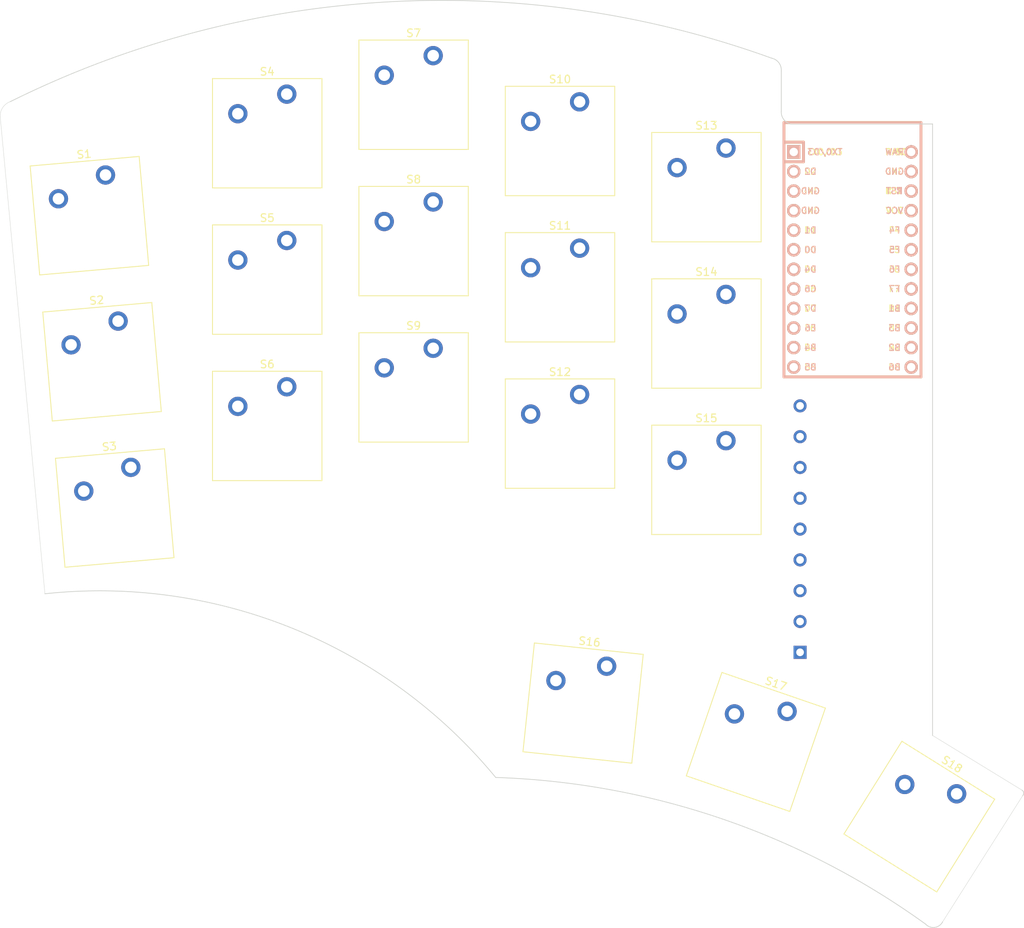
<source format=kicad_pcb>
(kicad_pcb (version 20221018) (generator pcbnew)
  (layers (0 "F.Cu" signal) (31 "B.Cu" signal) (34 "B.Paste" user) (35 "F.Paste" user) (36 "B.SilkS" user "B.Silkscreen") (37 "F.SilkS" user "F.Silkscreen") (38 "B.Mask" user) (39 "F.Mask" user) (44 "Edge.Cuts" user))
  (net 0 "")
  (net 1 "R4")
  (net 2 "Net-(D1-A)")
  (net 3 "Net-(D2-A)")
  (net 4 "Net-(D3-A)")
  (net 5 "Net-(D4-A)")
  (net 7 "Net-(D5-A)")
  (net 8 "R3")
  (net 9 "Net-(D6-A)")
  (net 10 "Net-(D7-A)")
  (net 11 "Net-(D8-A)")
  (net 12 "Net-(D9-A)")
  (net 13 "Net-(D10-A)")
  (net 14 "R2")
  (net 15 "Net-(D11-A)")
  (net 16 "Net-(D12-A)")
  (net 17 "Net-(D13-A)")
  (net 18 "Net-(D14-A)")
  (net 19 "Net-(D15-A)")
  (net 20 "R1")
  (net 21 "Net-(D16-A)")
  (net 22 "Net-(D17-A)")
  (net 23 "Net-(D18-A)")
  (net 24 "C6")
  (net 25 "C7")
  (net 26 "C8")
  (net 27 "C9")
  (net 28 "C10")
  (net 29 "C1")
  (net 30 "C2")
  (net 31 "C3")
  (net 32 "C4")
  (net 33 "C5")
  (footprint "Switch_Keyboard_Cherry_MX:SW_Cherry_MX_PCB_1.00u" (layer "F.Cu") (at 61.847381 70.603631)
    (fp_text reference "S8" (at 0 -8) (layer "F.SilkS"))
    (fp_text value "SW_Push")
    (fp_line (start -7.1 -7.1) (end -7.1 7.1) (stroke (width 0.12)) (layer "F.SilkS"))
    (fp_line (start -7.1 7.1) (end 7.1 7.1) (stroke (width 0.12)) (layer "F.SilkS"))
    (fp_line (start 7.1 -7.1) (end -7.1 -7.1) (stroke (width 0.12)) (layer "F.SilkS"))
    (fp_line (start 7.1 7.1) (end 7.1 -7.1) (stroke (width 0.12)) (layer "F.SilkS"))
    (pad "" np_thru_hole circle (at -5.08 0) (size 1.75 1.75) (drill 1.75) (layers "*.Cu" "*.Mask"))
    (pad "" np_thru_hole circle (at 0 0) (size 4 4) (drill 4) (layers "*.Cu" "*.Mask"))
    (pad "" np_thru_hole circle (at 5.08 0) (size 1.75 1.75) (drill 1.75) (layers "*.Cu" "*.Mask"))
    (pad "1" thru_hole circle (at -3.81 -2.54) (size 2.5 2.5) (drill 1.5) (layers "*.Cu" "B.Mask") (net 31 "C3"))
    (pad "2" thru_hole circle (at 2.54 -5.08) (size 2.5 2.5) (drill 1.5) (layers "*.Cu" "B.Mask") (net 11 "Net-(D8-A)"))
  )
  (footprint "Switch_Keyboard_Cherry_MX:SW_Cherry_MX_PCB_1.00u" (layer "F.Cu") (at 80.847381 76.603631)
    (fp_text reference "S11" (at 0 -8) (layer "F.SilkS"))
    (fp_text value "SW_Push")
    (fp_line (start -7.1 -7.1) (end -7.1 7.1) (stroke (width 0.12)) (layer "F.SilkS"))
    (fp_line (start -7.1 7.1) (end 7.1 7.1) (stroke (width 0.12)) (layer "F.SilkS"))
    (fp_line (start 7.1 -7.1) (end -7.1 -7.1) (stroke (width 0.12)) (layer "F.SilkS"))
    (fp_line (start 7.1 7.1) (end 7.1 -7.1) (stroke (width 0.12)) (layer "F.SilkS"))
    (pad "" np_thru_hole circle (at -5.08 0) (size 1.75 1.75) (drill 1.75) (layers "*.Cu" "*.Mask"))
    (pad "" np_thru_hole circle (at 0 0) (size 4 4) (drill 4) (layers "*.Cu" "*.Mask"))
    (pad "" np_thru_hole circle (at 5.08 0) (size 1.75 1.75) (drill 1.75) (layers "*.Cu" "*.Mask"))
    (pad "1" thru_hole circle (at -3.81 -2.54) (size 2.5 2.5) (drill 1.5) (layers "*.Cu" "B.Mask") (net 32 "C4"))
    (pad "2" thru_hole circle (at 2.54 -5.08) (size 2.5 2.5) (drill 1.5) (layers "*.Cu" "B.Mask") (net 12 "Net-(D9-A)"))
  )
  (footprint "Switch_Keyboard_Cherry_MX:SW_Cherry_MX_PCB_1.00u" (layer "F.Cu") (at 21.41117 86.275179 5)
    (fp_text reference "S2" (at 0 -8 5) (layer "F.SilkS"))
    (fp_text value "SW_Push")
    (fp_line (start -7.1 -7.1) (end -7.1 7.1) (stroke (width 0.12)) (layer "F.SilkS"))
    (fp_line (start -7.1 7.1) (end 7.1 7.1) (stroke (width 0.12)) (layer "F.SilkS"))
    (fp_line (start 7.1 -7.1) (end -7.1 -7.1) (stroke (width 0.12)) (layer "F.SilkS"))
    (fp_line (start 7.1 7.1) (end 7.1 -7.1) (stroke (width 0.12)) (layer "F.SilkS"))
    (pad "" np_thru_hole circle (at -5.08 0 5) (size 1.75 1.75) (drill 1.75) (layers "*.Cu" "*.Mask"))
    (pad "" np_thru_hole circle (at 0 0 5) (size 4 4) (drill 4) (layers "*.Cu" "*.Mask"))
    (pad "" np_thru_hole circle (at 5.08 0 5) (size 1.75 1.75) (drill 1.75) (layers "*.Cu" "*.Mask"))
    (pad "1" thru_hole circle (at -3.81 -2.54 5) (size 2.5 2.5) (drill 1.5) (layers "*.Cu" "B.Mask") (net 29 "C1"))
    (pad "2" thru_hole circle (at 2.54 -5.08 5) (size 2.5 2.5) (drill 1.5) (layers "*.Cu" "B.Mask") (net 9 "Net-(D6-A)"))
  )
  (footprint "Switch_Keyboard_Cherry_MX:SW_Cherry_MX_PCB_1.00u" (layer "F.Cu") (at 42.847381 75.603631)
    (fp_text reference "S5" (at 0 -8) (layer "F.SilkS"))
    (fp_text value "SW_Push")
    (fp_line (start -7.1 -7.1) (end -7.1 7.1) (stroke (width 0.12)) (layer "F.SilkS"))
    (fp_line (start -7.1 7.1) (end 7.1 7.1) (stroke (width 0.12)) (layer "F.SilkS"))
    (fp_line (start 7.1 -7.1) (end -7.1 -7.1) (stroke (width 0.12)) (layer "F.SilkS"))
    (fp_line (start 7.1 7.1) (end 7.1 -7.1) (stroke (width 0.12)) (layer "F.SilkS"))
    (pad "" np_thru_hole circle (at -5.08 0) (size 1.75 1.75) (drill 1.75) (layers "*.Cu" "*.Mask"))
    (pad "" np_thru_hole circle (at 0 0) (size 4 4) (drill 4) (layers "*.Cu" "*.Mask"))
    (pad "" np_thru_hole circle (at 5.08 0) (size 1.75 1.75) (drill 1.75) (layers "*.Cu" "*.Mask"))
    (pad "1" thru_hole circle (at -3.81 -2.54) (size 2.5 2.5) (drill 1.5) (layers "*.Cu" "B.Mask") (net 30 "C2"))
    (pad "2" thru_hole circle (at 2.54 -5.08) (size 2.5 2.5) (drill 1.5) (layers "*.Cu" "B.Mask") (net 10 "Net-(D7-A)"))
  )
  (footprint "Switch_Keyboard_Cherry_MX:SW_Cherry_MX_PCB_1.00u" (layer "F.Cu") (at 42.847381 94.603631)
    (fp_text reference "S6" (at 0 -8) (layer "F.SilkS"))
    (fp_text value "SW_Push")
    (fp_line (start -7.1 -7.1) (end -7.1 7.1) (stroke (width 0.12)) (layer "F.SilkS"))
    (fp_line (start -7.1 7.1) (end 7.1 7.1) (stroke (width 0.12)) (layer "F.SilkS"))
    (fp_line (start 7.1 -7.1) (end -7.1 -7.1) (stroke (width 0.12)) (layer "F.SilkS"))
    (fp_line (start 7.1 7.1) (end 7.1 -7.1) (stroke (width 0.12)) (layer "F.SilkS"))
    (pad "" np_thru_hole circle (at -5.08 0) (size 1.75 1.75) (drill 1.75) (layers "*.Cu" "*.Mask"))
    (pad "" np_thru_hole circle (at 0 0) (size 4 4) (drill 4) (layers "*.Cu" "*.Mask"))
    (pad "" np_thru_hole circle (at 5.08 0) (size 1.75 1.75) (drill 1.75) (layers "*.Cu" "*.Mask"))
    (pad "1" thru_hole circle (at -3.81 -2.54) (size 2.5 2.5) (drill 1.5) (layers "*.Cu" "B.Mask") (net 30 "C2"))
    (pad "2" thru_hole circle (at 2.54 -5.08) (size 2.5 2.5) (drill 1.5) (layers "*.Cu" "B.Mask") (net 16 "Net-(D12-A)"))
  )
  (footprint "Switch_Keyboard_Cherry_MX:SW_Cherry_MX_PCB_1.00u" (layer "F.Cu") (at 19.773893 67.305414 5)
    (fp_text reference "S1" (at 0 -8 5) (layer "F.SilkS"))
    (fp_text value "SW_Push")
    (fp_line (start -7.1 -7.1) (end -7.1 7.1) (stroke (width 0.12)) (layer "F.SilkS"))
    (fp_line (start -7.1 7.1) (end 7.1 7.1) (stroke (width 0.12)) (layer "F.SilkS"))
    (fp_line (start 7.1 -7.1) (end -7.1 -7.1) (stroke (width 0.12)) (layer "F.SilkS"))
    (fp_line (start 7.1 7.1) (end 7.1 -7.1) (stroke (width 0.12)) (layer "F.SilkS"))
    (pad "" np_thru_hole circle (at -5.08 0 5) (size 1.75 1.75) (drill 1.75) (layers "*.Cu" "*.Mask"))
    (pad "" np_thru_hole circle (at 0 0 5) (size 4 4) (drill 4) (layers "*.Cu" "*.Mask"))
    (pad "" np_thru_hole circle (at 5.08 0 5) (size 1.75 1.75) (drill 1.75) (layers "*.Cu" "*.Mask"))
    (pad "1" thru_hole circle (at -3.81 -2.54 5) (size 2.5 2.5) (drill 1.5) (layers "*.Cu" "B.Mask") (net 29 "C1"))
    (pad "2" thru_hole circle (at 2.54 -5.08 5) (size 2.5 2.5) (drill 1.5) (layers "*.Cu" "B.Mask") (net 2 "Net-(D1-A)"))
  )
  (footprint "Switch_Keyboard_Cherry_MX:SW_Cherry_MX_PCB_1.00u" (layer "F.Cu") (at 61.847381 51.603631)
    (fp_text reference "S7" (at 0 -8) (layer "F.SilkS"))
    (fp_text value "SW_Push")
    (fp_line (start -7.1 -7.1) (end -7.1 7.1) (stroke (width 0.12)) (layer "F.SilkS"))
    (fp_line (start -7.1 7.1) (end 7.1 7.1) (stroke (width 0.12)) (layer "F.SilkS"))
    (fp_line (start 7.1 -7.1) (end -7.1 -7.1) (stroke (width 0.12)) (layer "F.SilkS"))
    (fp_line (start 7.1 7.1) (end 7.1 -7.1) (stroke (width 0.12)) (layer "F.SilkS"))
    (pad "" np_thru_hole circle (at -5.08 0) (size 1.75 1.75) (drill 1.75) (layers "*.Cu" "*.Mask"))
    (pad "" np_thru_hole circle (at 0 0) (size 4 4) (drill 4) (layers "*.Cu" "*.Mask"))
    (pad "" np_thru_hole circle (at 5.08 0) (size 1.75 1.75) (drill 1.75) (layers "*.Cu" "*.Mask"))
    (pad "1" thru_hole circle (at -3.81 -2.54) (size 2.5 2.5) (drill 1.5) (layers "*.Cu" "B.Mask") (net 31 "C3"))
    (pad "2" thru_hole circle (at 2.54 -5.08) (size 2.5 2.5) (drill 1.5) (layers "*.Cu" "B.Mask") (net 4 "Net-(D3-A)"))
  )
  (footprint "Switch_Keyboard_Cherry_MX:SW_Cherry_MX_PCB_1.00u" (layer "F.Cu") (at 83.842328 130.592039 -6)
    (fp_text reference "S16" (at 0 -8 174) (layer "F.SilkS"))
    (fp_text value "SW_Push")
    (fp_line (start -7.1 -7.1) (end -7.1 7.1) (stroke (width 0.12)) (layer "F.SilkS"))
    (fp_line (start -7.1 7.1) (end 7.1 7.1) (stroke (width 0.12)) (layer "F.SilkS"))
    (fp_line (start 7.1 -7.1) (end -7.1 -7.1) (stroke (width 0.12)) (layer "F.SilkS"))
    (fp_line (start 7.1 7.1) (end 7.1 -7.1) (stroke (width 0.12)) (layer "F.SilkS"))
    (pad "" np_thru_hole circle (at -5.08 0 354) (size 1.75 1.75) (drill 1.75) (layers "*.Cu" "*.Mask"))
    (pad "" np_thru_hole circle (at 0 0 354) (size 4 4) (drill 4) (layers "*.Cu" "*.Mask"))
    (pad "" np_thru_hole circle (at 5.08 0 354) (size 1.75 1.75) (drill 1.75) (layers "*.Cu" "*.Mask"))
    (pad "1" thru_hole circle (at -3.81 -2.54 354) (size 2.5 2.5) (drill 1.5) (layers "*.Cu" "B.Mask") (net 31 "C3"))
    (pad "2" thru_hole circle (at 2.54 -5.08 354) (size 2.5 2.5) (drill 1.5) (layers "*.Cu" "B.Mask") (net 21 "Net-(D16-A)"))
  )
  (footprint "Switch_Keyboard_Cherry_MX:SW_Cherry_MX_PCB_1.00u" (layer "F.Cu") (at 80.847381 57.603631)
    (fp_text reference "S10" (at 0 -8) (layer "F.SilkS"))
    (fp_text value "SW_Push")
    (fp_line (start -7.1 -7.1) (end -7.1 7.1) (stroke (width 0.12)) (layer "F.SilkS"))
    (fp_line (start -7.1 7.1) (end 7.1 7.1) (stroke (width 0.12)) (layer "F.SilkS"))
    (fp_line (start 7.1 -7.1) (end -7.1 -7.1) (stroke (width 0.12)) (layer "F.SilkS"))
    (fp_line (start 7.1 7.1) (end 7.1 -7.1) (stroke (width 0.12)) (layer "F.SilkS"))
    (pad "" np_thru_hole circle (at -5.08 0) (size 1.75 1.75) (drill 1.75) (layers "*.Cu" "*.Mask"))
    (pad "" np_thru_hole circle (at 0 0) (size 4 4) (drill 4) (layers "*.Cu" "*.Mask"))
    (pad "" np_thru_hole circle (at 5.08 0) (size 1.75 1.75) (drill 1.75) (layers "*.Cu" "*.Mask"))
    (pad "1" thru_hole circle (at -3.81 -2.54) (size 2.5 2.5) (drill 1.5) (layers "*.Cu" "B.Mask") (net 32 "C4"))
    (pad "2" thru_hole circle (at 2.54 -5.08) (size 2.5 2.5) (drill 1.5) (layers "*.Cu" "B.Mask") (net 5 "Net-(D4-A)"))
  )
  (footprint "Switch_Keyboard_Cherry_MX:SW_Cherry_MX_PCB_1.00u" (layer "F.Cu") (at 127.475976 145.33504 -32)
    (fp_text reference "S18" (at 0 -8 148) (layer "F.SilkS"))
    (fp_text value "SW_Push")
    (fp_line (start -7.1 -7.1) (end -7.1 7.1) (stroke (width 0.12)) (layer "F.SilkS"))
    (fp_line (start -7.1 7.1) (end 7.1 7.1) (stroke (width 0.12)) (layer "F.SilkS"))
    (fp_line (start 7.1 -7.1) (end -7.1 -7.1) (stroke (width 0.12)) (layer "F.SilkS"))
    (fp_line (start 7.1 7.1) (end 7.1 -7.1) (stroke (width 0.12)) (layer "F.SilkS"))
    (pad "" np_thru_hole circle (at -5.08 0 328) (size 1.75 1.75) (drill 1.75) (layers "*.Cu" "*.Mask"))
    (pad "" np_thru_hole circle (at 0 0 328) (size 4 4) (drill 4) (layers "*.Cu" "*.Mask"))
    (pad "" np_thru_hole circle (at 5.08 0 328) (size 1.75 1.75) (drill 1.75) (layers "*.Cu" "*.Mask"))
    (pad "1" thru_hole circle (at -3.81 -2.54 328) (size 2.5 2.5) (drill 1.5) (layers "*.Cu" "B.Mask") (net 33 "C5"))
    (pad "2" thru_hole circle (at 2.54 -5.08 328) (size 2.5 2.5) (drill 1.5) (layers "*.Cu" "B.Mask") (net 23 "Net-(D18-A)"))
  )
  (footprint "Switch_Keyboard_Cherry_MX:SW_Cherry_MX_PCB_1.00u" (layer "F.Cu") (at 42.847381 56.603631)
    (fp_text reference "S4" (at 0 -8) (layer "F.SilkS"))
    (fp_text value "SW_Push")
    (fp_line (start -7.1 -7.1) (end -7.1 7.1) (stroke (width 0.12)) (layer "F.SilkS"))
    (fp_line (start -7.1 7.1) (end 7.1 7.1) (stroke (width 0.12)) (layer "F.SilkS"))
    (fp_line (start 7.1 -7.1) (end -7.1 -7.1) (stroke (width 0.12)) (layer "F.SilkS"))
    (fp_line (start 7.1 7.1) (end 7.1 -7.1) (stroke (width 0.12)) (layer "F.SilkS"))
    (pad "" np_thru_hole circle (at -5.08 0) (size 1.75 1.75) (drill 1.75) (layers "*.Cu" "*.Mask"))
    (pad "" np_thru_hole circle (at 0 0) (size 4 4) (drill 4) (layers "*.Cu" "*.Mask"))
    (pad "" np_thru_hole circle (at 5.08 0) (size 1.75 1.75) (drill 1.75) (layers "*.Cu" "*.Mask"))
    (pad "1" thru_hole circle (at -3.81 -2.54) (size 2.5 2.5) (drill 1.5) (layers "*.Cu" "B.Mask") (net 30 "C2"))
    (pad "2" thru_hole circle (at 2.54 -5.08) (size 2.5 2.5) (drill 1.5) (layers "*.Cu" "B.Mask") (net 3 "Net-(D2-A)"))
  )
  (footprint "Switch_Keyboard_Cherry_MX:SW_Cherry_MX_PCB_1.00u" (layer "F.Cu") (at 106.260952 135.641185 -19)
    (fp_text reference "S17" (at 0 -8 161) (layer "F.SilkS"))
    (fp_text value "SW_Push")
    (fp_line (start -7.1 -7.1) (end -7.1 7.1) (stroke (width 0.12)) (layer "F.SilkS"))
    (fp_line (start -7.1 7.1) (end 7.1 7.1) (stroke (width 0.12)) (layer "F.SilkS"))
    (fp_line (start 7.1 -7.1) (end -7.1 -7.1) (stroke (width 0.12)) (layer "F.SilkS"))
    (fp_line (start 7.1 7.1) (end 7.1 -7.1) (stroke (width 0.12)) (layer "F.SilkS"))
    (pad "" np_thru_hole circle (at -5.08 0 341) (size 1.75 1.75) (drill 1.75) (layers "*.Cu" "*.Mask"))
    (pad "" np_thru_hole circle (at 0 0 341) (size 4 4) (drill 4) (layers "*.Cu" "*.Mask"))
    (pad "" np_thru_hole circle (at 5.08 0 341) (size 1.75 1.75) (drill 1.75) (layers "*.Cu" "*.Mask"))
    (pad "1" thru_hole circle (at -3.81 -2.54 341) (size 2.5 2.5) (drill 1.5) (layers "*.Cu" "B.Mask") (net 32 "C4"))
    (pad "2" thru_hole circle (at 2.54 -5.08 341) (size 2.5 2.5) (drill 1.5) (layers "*.Cu" "B.Mask") (net 22 "Net-(D17-A)"))
  )
  (footprint "Switch_Keyboard_Cherry_MX:SW_Cherry_MX_PCB_1.00u" (layer "F.Cu") (at 23.059801 105.263719 5)
    (fp_text reference "S3" (at 0 -8 5) (layer "F.SilkS"))
    (fp_text value "SW_Push")
    (fp_line (start -7.1 -7.1) (end -7.1 7.1) (stroke (width 0.12)) (layer "F.SilkS"))
    (fp_line (start -7.1 7.1) (end 7.1 7.1) (stroke (width 0.12)) (layer "F.SilkS"))
    (fp_line (start 7.1 -7.1) (end -7.1 -7.1) (stroke (width 0.12)) (layer "F.SilkS"))
    (fp_line (start 7.1 7.1) (end 7.1 -7.1) (stroke (width 0.12)) (layer "F.SilkS"))
    (pad "" np_thru_hole circle (at -5.08 0 5) (size 1.75 1.75) (drill 1.75) (layers "*.Cu" "*.Mask"))
    (pad "" np_thru_hole circle (at 0 0 5) (size 4 4) (drill 4) (layers "*.Cu" "*.Mask"))
    (pad "" np_thru_hole circle (at 5.08 0 5) (size 1.75 1.75) (drill 1.75) (layers "*.Cu" "*.Mask"))
    (pad "1" thru_hole circle (at -3.81 -2.54 5) (size 2.5 2.5) (drill 1.5) (layers "*.Cu" "B.Mask") (net 29 "C1"))
    (pad "2" thru_hole circle (at 2.54 -5.08 5) (size 2.5 2.5) (drill 1.5) (layers "*.Cu" "B.Mask") (net 15 "Net-(D11-A)"))
  )
  (footprint "Switch_Keyboard_Cherry_MX:SW_Cherry_MX_PCB_1.00u" (layer "F.Cu") (at 99.847381 82.603631)
    (fp_text reference "S14" (at 0 -8) (layer "F.SilkS"))
    (fp_text value "SW_Push")
    (fp_line (start -7.1 -7.1) (end -7.1 7.1) (stroke (width 0.12)) (layer "F.SilkS"))
    (fp_line (start -7.1 7.1) (end 7.1 7.1) (stroke (width 0.12)) (layer "F.SilkS"))
    (fp_line (start 7.1 -7.1) (end -7.1 -7.1) (stroke (width 0.12)) (layer "F.SilkS"))
    (fp_line (start 7.1 7.1) (end 7.1 -7.1) (stroke (width 0.12)) (layer "F.SilkS"))
    (pad "" np_thru_hole circle (at -5.08 0) (size 1.75 1.75) (drill 1.75) (layers "*.Cu" "*.Mask"))
    (pad "" np_thru_hole circle (at 0 0) (size 4 4) (drill 4) (layers "*.Cu" "*.Mask"))
    (pad "" np_thru_hole circle (at 5.08 0) (size 1.75 1.75) (drill 1.75) (layers "*.Cu" "*.Mask"))
    (pad "1" thru_hole circle (at -3.81 -2.54) (size 2.5 2.5) (drill 1.5) (layers "*.Cu" "B.Mask") (net 33 "C5"))
    (pad "2" thru_hole circle (at 2.54 -5.08) (size 2.5 2.5) (drill 1.5) (layers "*.Cu" "B.Mask") (net 13 "Net-(D10-A)"))
  )
  (footprint "Keebio-Parts:ArduinoProMicro" (layer "F.Cu") (at 118.8 73 -90)
    (fp_text reference "U2" hide)
    (fp_text value "ProMicro" hide)
    (fp_text user "F5" (at -1.27 -5.461) (layer "B.SilkS") (effects (font (size 0.8 0.8)) (justify mirror)))
    (fp_text user "VCC" (at -6.35 -5.461) (layer "B.SilkS") (effects (font (size 0.8 0.8)) (justify mirror)))
    (fp_text user "E6" (at 8.89 5.461) (layer "B.SilkS") (effects (font (size 0.8 0.8)) (justify mirror)))
    (fp_text user "F4" (at -3.81 -5.461) (layer "B.SilkS") (effects (font (size 0.8 0.8)) (justify mirror)))
    (fp_text user "F7" (at 3.81 -5.461) (layer "B.SilkS") (effects (font (size 0.8 0.8)) (justify mirror)))
    (fp_text user "C6" (at 3.81 5.461) (layer "B.SilkS") (effects (font (size 0.8 0.8)) (justify mirror)))
    (fp_text user "ST" (at -8.91 -5.04) (layer "B.SilkS") (effects (font (size 0.8 0.8)) (justify mirror)))
    (fp_text user "B3" (at 8.89 -5.461) (layer "B.SilkS") (effects (font (size 0.8 0.8)) (justify mirror)))
    (fp_text user "B4" (at 11.43 5.461) (layer "B.SilkS") (effects (font (size 0.8 0.8)) (justify mirror)))
    (fp_text user "F6" (at 1.27 -5.461) (layer "B.SilkS") (effects (font (size 0.8 0.8)) (justify mirror)))
    (fp_text user "D4" (at 1.27 5.461) (layer "B.SilkS") (effects (font (size 0.8 0.8)) (justify mirror)))
    (fp_text user "RAW" (at -13.97 -5.461) (layer "B.SilkS") (effects (font (size 0.8 0.8)) (justify mirror)))
    (fp_text user "D0" (at -1.27 5.461) (layer "B.SilkS") (effects (font (size 0.8 0.8)) (justify mirror)))
    (fp_text user "D7" (at 6.35 5.461) (layer "B.SilkS") (effects (font (size 0.8 0.8)) (justify mirror)))
    (fp_text user "B5" (at 13.97 5.461) (layer "B.SilkS") (effects (font (size 0.8 0.8)) (justify mirror)))
    (fp_text user "GND" (at -6.35 5.461) (layer "B.SilkS") (effects (font (size 0.8 0.8)) (justify mirror)))
    (fp_text user "B1" (at 6.35 -5.461) (layer "B.SilkS") (effects (font (size 0.8 0.8)) (justify mirror)))
    (fp_text user "D1" (at -3.81 5.461) (layer "B.SilkS") (effects (font (size 0.8 0.8)) (justify mirror)))
    (fp_text user "TX0/D3" (at -13.97 3.571872) (layer "B.SilkS") (effects (font (size 0.8 0.8)) (justify mirror)))
    (fp_text user "GND" (at -11.43 -5.461) (layer "B.SilkS") (effects (font (size 0.8 0.8)) (justify mirror)))
    (fp_text user "GND" (at -8.89 5.461) (layer "B.SilkS") (effects (font (size 0.8 0.8)) (justify mirror)))
    (fp_text user "B6" (at 13.97 -5.461) (layer "B.SilkS") (effects (font (size 0.8 0.8)) (justify mirror)))
    (fp_text user "D2" (at -11.43 5.461) (layer "B.SilkS") (effects (font (size 0.8 0.8)) (justify mirror)))
    (fp_text user "B2" (at 11.43 -5.461) (layer "B.SilkS") (effects (font (size 0.8 0.8)) (justify mirror)))
    (fp_text user "F6" (at 1.27 -5.461) (layer "F.SilkS") (effects (font (size 0.8 0.8))))
    (fp_text user "B4" (at 11.43 5.461) (layer "F.SilkS") (effects (font (size 0.8 0.8))))
    (fp_text user "B1" (at 6.35 -5.461) (layer "F.SilkS") (effects (font (size 0.8 0.8))))
    (fp_text user "B0" (at -13.97 -6.35) (layer "F.SilkS") (effects (font (size 0.8 0.8))))
    (fp_text user "VCC" (at -6.35 -5.461) (layer "F.SilkS") (effects (font (size 0.8 0.8))))
    (fp_text user "F5" (at -1.27 -5.461) (layer "F.SilkS") (effects (font (size 0.8 0.8))))
    (fp_text user "RAW" (at -13.97 -5.461) (layer "F.SilkS") (effects (font (size 0.8 0.8))))
    (fp_text user "TX0/D3" (at -13.97 3.571872) (layer "F.SilkS") (effects (font (size 0.8 0.8))))
    (fp_text user "D7" (at 6.35 5.461) (layer "F.SilkS") (effects (font (size 0.8 0.8))))
    (fp_text user "GND" (at -11.43 -5.461) (layer "F.SilkS") (effects (font (size 0.8 0.8))))
    (fp_text user "ST" (at -8.92 -5.73312) (layer "F.SilkS") (effects (font (size 0.8 0.8))))
    (fp_text user "B2" (at 11.43 -5.461) (layer "F.SilkS") (effects (font (size 0.8 0.8))))
    (fp_text user "B3" (at 8.89 -5.461) (layer "F.SilkS") (effects (font (size 0.8 0.8))))
    (fp_text user "D2" (at -11.43 5.461) (layer "F.SilkS") (effects (font (size 0.8 0.8))))
    (fp_text user "GND" (at -8.89 5.461) (layer "F.SilkS") (effects (font (size 0.8 0.8))))
    (fp_text user "D4" (at 1.27 5.461) (layer "F.SilkS") (effects (font (size 0.8 0.8))))
    (fp_text user "D1" (at -3.81 5.461) (layer "F.SilkS") (effects (font (size 0.8 0.8))))
    (fp_text user "B6" (at 13.97 -5.461) (layer "F.SilkS") (effects (font (size 0.8 0.8))))
    (fp_text user "F4" (at -3.81 -5.461) (layer "F.SilkS") (effects (font (size 0.8 0.8))))
    (fp_text user "B5" (at 13.97 5.461) (layer "F.SilkS") (effects (font (size 0.8 0.8))))
    (fp_text user "F7" (at 3.81 -5.461) (layer "F.SilkS") (effects (font (size 0.8 0.8))))
    (fp_text user "GND" (at -6.35 5.461) (layer "F.SilkS") (effects (font (size 0.8 0.8))))
    (fp_text user "C6" (at 3.81 5.461) (layer "F.SilkS") (effects (font (size 0.8 0.8))))
    (fp_text user "E6" (at 8.89 5.461) (layer "F.SilkS") (effects (font (size 0.8 0.8))))
    (fp_text user "D0" (at -1.27 5.461) (layer "F.SilkS") (effects (font (size 0.8 0.8))))
    (fp_line (start -17.78 -8.89) (end -17.78 8.89) (stroke (width 0.381)) (layer "B.SilkS"))
    (fp_line (start -17.78 8.89) (end 15.24 8.89) (stroke (width 0.381)) (layer "B.SilkS"))
    (fp_line (start -15.24 6.35) (end -15.24 8.89) (stroke (width 0.381)) (layer "B.SilkS"))
    (fp_line (start -15.24 6.35) (end -12.7 6.35) (stroke (width 0.381)) (layer "B.SilkS"))
    (fp_line (start -12.7 6.35) (end -12.7 8.89) (stroke (width 0.381)) (layer "B.SilkS"))
    (fp_line (start 15.24 -8.89) (end -17.78 -8.89) (stroke (width 0.381)) (layer "B.SilkS"))
    (fp_line (start 15.24 8.89) (end 15.24 -8.89) (stroke (width 0.381)) (layer "B.SilkS"))
    (fp_poly (pts (xy -9.35097 -6.244635) (xy -8.55097 -6.244635) (xy -8.55097 -6.344635) (xy -9.35097 -6.344635)) (stroke (width 0.15)) (fill solid) (layer "B.SilkS"))
    (fp_poly (pts (xy -9.35097 -5.844635) (xy -9.25097 -5.844635) (xy -9.25097 -6.344635) (xy -9.35097 -6.344635)) (stroke (width 0.15)) (fill solid) (layer "B.SilkS"))
    (fp_poly (pts (xy -9.35097 -5.844635) (xy -9.05097 -5.844635) (xy -9.05097 -5.944635) (xy -9.35097 -5.944635)) (stroke (width 0.15)) (fill solid) (layer "B.SilkS"))
    (fp_poly (pts (xy -8.95097 -6.044635) (xy -8.85097 -6.044635) (xy -8.85097 -6.144635) (xy -8.95097 -6.144635)) (stroke (width 0.15)) (fill solid) (layer "B.SilkS"))
    (fp_poly (pts (xy -8.75097 -5.844635) (xy -8.55097 -5.844635) (xy -8.55097 -5.944635) (xy -8.75097 -5.944635)) (stroke (width 0.15)) (fill solid) (layer "B.SilkS"))
    (fp_line (start -17.78 -8.89) (end -17.78 8.89) (stroke (width 0.381)) (layer "F.SilkS"))
    (fp_line (start -17.78 8.89) (end -15.24 8.89) (stroke (width 0.381)) (layer "F.SilkS"))
    (fp_line (start -15.24 -8.89) (end -17.78 -8.89) (stroke (width 0.381)) (layer "F.SilkS"))
    (fp_line (start -15.24 6.35) (end -15.24 8.89) (stroke (width 0.381)) (layer "F.SilkS"))
    (fp_line (start -15.24 6.35) (end -12.7 6.35) (stroke (width 0.381)) (layer "F.SilkS"))
    (fp_line (start -15.24 8.89) (end 15.24 8.89) (stroke (width 0.381)) (layer "F.SilkS"))
    (fp_line (start -12.7 6.35) (end -12.7 8.89) (stroke (width 0.381)) (layer "F.SilkS"))
    (fp_line (start 15.24 -8.89) (end -15.24 -8.89) (stroke (width 0.381)) (layer "F.SilkS"))
    (fp_line (start 15.24 8.89) (end 15.24 -8.89) (stroke (width 0.381)) (layer "F.SilkS"))
    (fp_poly (pts (xy -9.36064 -4.931568) (xy -9.26064 -4.931568) (xy -9.26064 -4.431568) (xy -9.36064 -4.431568)) (stroke (width 0.15)) (fill solid) (layer "F.SilkS"))
    (fp_poly (pts (xy -9.36064 -4.931568) (xy -9.06064 -4.931568) (xy -9.06064 -4.831568) (xy -9.36064 -4.831568)) (stroke (width 0.15)) (fill solid) (layer "F.SilkS"))
    (fp_poly (pts (xy -9.36064 -4.531568) (xy -8.56064 -4.531568) (xy -8.56064 -4.431568) (xy -9.36064 -4.431568)) (stroke (width 0.15)) (fill solid) (layer "F.SilkS"))
    (fp_poly (pts (xy -8.96064 -4.731568) (xy -8.86064 -4.731568) (xy -8.86064 -4.631568) (xy -8.96064 -4.631568)) (stroke (width 0.15)) (fill solid) (layer "F.SilkS"))
    (fp_poly (pts (xy -8.76064 -4.931568) (xy -8.56064 -4.931568) (xy -8.56064 -4.831568) (xy -8.76064 -4.831568)) (stroke (width 0.15)) (fill solid) (layer "F.SilkS"))
    (pad "1" thru_hole rect (at -13.97 7.62 270) (size 1.7526 1.7526) (drill 1.0922) (layers "*.Cu" "*.SilkS" "*.Mask") (net 29 "C1"))
    (pad "2" thru_hole circle (at -11.43 7.62 270) (size 1.7526 1.7526) (drill 1.0922) (layers "*.Cu" "*.SilkS" "*.Mask") (net 30 "C2"))
    (pad "3" thru_hole circle (at -8.89 7.62 270) (size 1.7526 1.7526) (drill 1.0922) (layers "*.Cu" "*.SilkS" "*.Mask"))
    (pad "4" thru_hole circle (at -6.35 7.62 270) (size 1.7526 1.7526) (drill 1.0922) (layers "*.Cu" "*.SilkS" "*.Mask"))
    (pad "5" thru_hole circle (at -3.81 7.62 270) (size 1.7526 1.7526) (drill 1.0922) (layers "*.Cu" "*.SilkS" "*.Mask") (net 31 "C3"))
    (pad "6" thru_hole circle (at -1.27 7.62 270) (size 1.7526 1.7526) (drill 1.0922) (layers "*.Cu" "*.SilkS" "*.Mask") (net 32 "C4"))
    (pad "7" thru_hole circle (at 1.27 7.62 270) (size 1.7526 1.7526) (drill 1.0922) (layers "*.Cu" "*.SilkS" "*.Mask") (net 33 "C5"))
    (pad "8" thru_hole circle (at 3.81 7.62 270) (size 1.7526 1.7526) (drill 1.0922) (layers "*.Cu" "*.SilkS" "*.Mask") (net 24 "C6"))
    (pad "9" thru_hole circle (at 6.35 7.62 270) (size 1.7526 1.7526) (drill 1.0922) (layers "*.Cu" "*.SilkS" "*.Mask") (net 25 "C7"))
    (pad "10" thru_hole circle (at 8.89 7.62 270) (size 1.7526 1.7526) (drill 1.0922) (layers "*.Cu" "*.SilkS" "*.Mask") (net 26 "C8"))
    (pad "11" thru_hole circle (at 11.43 7.62 270) (size 1.7526 1.7526) (drill 1.0922) (layers "*.Cu" "*.SilkS" "*.Mask") (net 27 "C9"))
    (pad "12" thru_hole circle (at 13.97 7.62 270) (size 1.7526 1.7526) (drill 1.0922) (layers "*.Cu" "*.SilkS" "*.Mask") (net 28 "C10"))
    (pad "13" thru_hole circle (at 13.97 -7.62 270) (size 1.7526 1.7526) (drill 1.0922) (layers "*.Cu" "*.SilkS" "*.Mask") (net 20 "R1"))
    (pad "14" thru_hole circle (at 11.43 -7.62 270) (size 1.7526 1.7526) (drill 1.0922) (layers "*.Cu" "*.SilkS" "*.Mask") (net 14 "R2"))
    (pad "15" thru_hole circle (at 8.89 -7.62 270) (size 1.7526 1.7526) (drill 1.0922) (layers "*.Cu" "*.SilkS" "*.Mask") (net 8 "R3"))
    (pad "16" thru_hole circle (at 6.35 -7.62 270) (size 1.7526 1.7526) (drill 1.0922) (layers "*.Cu" "*.SilkS" "*.Mask") (net 1 "R4"))
    (pad "17" thru_hole circle (at 3.81 -7.62 270) (size 1.7526 1.7526) (drill 1.0922) (layers "*.Cu" "*.SilkS" "*.Mask"))
    (pad "18" thru_hole circle (at 1.27 -7.62 270) (size 1.7526 1.7526) (drill 1.0922) (layers "*.Cu" "*.SilkS" "*.Mask"))
    (pad "19" thru_hole circle (at -1.27 -7.62 270) (size 1.7526 1.7526) (drill 1.0922) (layers "*.Cu" "*.SilkS" "*.Mask"))
    (pad "20" thru_hole circle (at -3.81 -7.62 270) (size 1.7526 1.7526) (drill 1.0922) (layers "*.Cu" "*.SilkS" "*.Mask"))
    (pad "21" thru_hole circle (at -6.35 -7.62 270) (size 1.7526 1.7526) (drill 1.0922) (layers "*.Cu" "*.SilkS" "*.Mask"))
    (pad "22" thru_hole circle (at -8.89 -7.62 270) (size 1.7526 1.7526) (drill 1.0922) (layers "*.Cu" "*.SilkS" "*.Mask"))
    (pad "23" thru_hole circle (at -11.43 -7.62 270) (size 1.7526 1.7526) (drill 1.0922) (layers "*.Cu" "*.SilkS" "*.Mask"))
    (pad "24" thru_hole circle (at -13.97 -7.62 270) (size 1.7526 1.7526) (drill 1.0922) (layers "*.Cu" "*.SilkS" "*.Mask"))
  )
  (footprint "Switch_Keyboard_Cherry_MX:SW_Cherry_MX_PCB_1.00u" (layer "F.Cu") (at 99.847381 63.603631)
    (fp_text reference "S13" (at 0 -8) (layer "F.SilkS"))
    (fp_text value "SW_Push")
    (fp_line (start -7.1 -7.1) (end -7.1 7.1) (stroke (width 0.12)) (layer "F.SilkS"))
    (fp_line (start -7.1 7.1) (end 7.1 7.1) (stroke (width 0.12)) (layer "F.SilkS"))
    (fp_line (start 7.1 -7.1) (end -7.1 -7.1) (stroke (width 0.12)) (layer "F.SilkS"))
    (fp_line (start 7.1 7.1) (end 7.1 -7.1) (stroke (width 0.12)) (layer "F.SilkS"))
    (pad "" np_thru_hole circle (at -5.08 0) (size 1.75 1.75) (drill 1.75) (layers "*.Cu" "*.Mask"))
    (pad "" np_thru_hole circle (at 0 0) (size 4 4) (drill 4) (layers "*.Cu" "*.Mask"))
    (pad "" np_thru_hole circle (at 5.08 0) (size 1.75 1.75) (drill 1.75) (layers "*.Cu" "*.Mask"))
    (pad "1" thru_hole circle (at -3.81 -2.54) (size 2.5 2.5) (drill 1.5) (layers "*.Cu" "B.Mask") (net 33 "C5"))
    (pad "2" thru_hole circle (at 2.54 -5.08) (size 2.5 2.5) (drill 1.5) (layers "*.Cu" "B.Mask") (net 7 "Net-(D5-A)"))
  )
  (footprint "Switch_Keyboard_Cherry_MX:SW_Cherry_MX_PCB_1.00u" (layer "F.Cu") (at 80.847381 95.603631)
    (fp_text reference "S12" (at 0 -8) (layer "F.SilkS"))
    (fp_text value "SW_Push")
    (fp_line (start -7.1 -7.1) (end -7.1 7.1) (stroke (width 0.12)) (layer "F.SilkS"))
    (fp_line (start -7.1 7.1) (end 7.1 7.1) (stroke (width 0.12)) (layer "F.SilkS"))
    (fp_line (start 7.1 -7.1) (end -7.1 -7.1) (stroke (width 0.12)) (layer "F.SilkS"))
    (fp_line (start 7.1 7.1) (end 7.1 -7.1) (stroke (width 0.12)) (layer "F.SilkS"))
    (pad "" np_thru_hole circle (at -5.08 0) (size 1.75 1.75) (drill 1.75) (layers "*.Cu" "*.Mask"))
    (pad "" np_thru_hole circle (at 0 0) (size 4 4) (drill 4) (layers "*.Cu" "*.Mask"))
    (pad "" np_thru_hole circle (at 5.08 0) (size 1.75 1.75) (drill 1.75) (layers "*.Cu" "*.Mask"))
    (pad "1" thru_hole circle (at -3.81 -2.54) (size 2.5 2.5) (drill 1.5) (layers "*.Cu" "B.Mask") (net 32 "C4"))
    (pad "2" thru_hole circle (at 2.54 -5.08) (size 2.5 2.5) (drill 1.5) (layers "*.Cu" "B.Mask") (net 18 "Net-(D14-A)"))
  )
  (footprint "Switch_Keyboard_Cherry_MX:SW_Cherry_MX_PCB_1.00u" (layer "F.Cu") (at 61.847381 89.603631)
    (fp_text reference "S9" (at 0 -8) (layer "F.SilkS"))
    (fp_text value "SW_Push")
    (fp_line (start -7.1 -7.1) (end -7.1 7.1) (stroke (width 0.12)) (layer "F.SilkS"))
    (fp_line (start -7.1 7.1) (end 7.1 7.1) (stroke (width 0.12)) (layer "F.SilkS"))
    (fp_line (start 7.1 -7.1) (end -7.1 -7.1) (stroke (width 0.12)) (layer "F.SilkS"))
    (fp_line (start 7.1 7.1) (end 7.1 -7.1) (stroke (width 0.12)) (layer "F.SilkS"))
    (pad "" np_thru_hole circle (at -5.08 0) (size 1.75 1.75) (drill 1.75) (layers "*.Cu" "*.Mask"))
    (pad "" np_thru_hole circle (at 0 0) (size 4 4) (drill 4) (layers "*.Cu" "*.Mask"))
    (pad "" np_thru_hole circle (at 5.08 0) (size 1.75 1.75) (drill 1.75) (layers "*.Cu" "*.Mask"))
    (pad "1" thru_hole circle (at -3.81 -2.54) (size 2.5 2.5) (drill 1.5) (layers "*.Cu" "B.Mask") (net 31 "C3"))
    (pad "2" thru_hole circle (at 2.54 -5.08) (size 2.5 2.5) (drill 1.5) (layers "*.Cu" "B.Mask") (net 17 "Net-(D13-A)"))
  )
  (footprint "Switch_Keyboard_Cherry_MX:SW_Cherry_MX_PCB_1.00u" (layer "F.Cu") (at 99.847381 101.603631)
    (fp_text reference "S15" (at 0 -8) (layer "F.SilkS"))
    (fp_text value "SW_Push")
    (fp_line (start -7.1 -7.1) (end -7.1 7.1) (stroke (width 0.12)) (layer "F.SilkS"))
    (fp_line (start -7.1 7.1) (end 7.1 7.1) (stroke (width 0.12)) (layer "F.SilkS"))
    (fp_line (start 7.1 -7.1) (end -7.1 -7.1) (stroke (width 0.12)) (layer "F.SilkS"))
    (fp_line (start 7.1 7.1) (end 7.1 -7.1) (stroke (width 0.12)) (layer "F.SilkS"))
    (pad "" np_thru_hole circle (at -5.08 0) (size 1.75 1.75) (drill 1.75) (layers "*.Cu" "*.Mask"))
    (pad "" np_thru_hole circle (at 0 0) (size 4 4) (drill 4) (layers "*.Cu" "*.Mask"))
    (pad "" np_thru_hole circle (at 5.08 0) (size 1.75 1.75) (drill 1.75) (layers "*.Cu" "*.Mask"))
    (pad "1" thru_hole circle (at -3.81 -2.54) (size 2.5 2.5) (drill 1.5) (layers "*.Cu" "B.Mask") (net 33 "C5"))
    (pad "2" thru_hole circle (at 2.54 -5.08) (size 2.5 2.5) (drill 1.5) (layers "*.Cu" "B.Mask") (net 19 "Net-(D15-A)"))
  )
  (footprint "PsxControllerShield:PSX_Pad_Connector" (layer "B.Cu") (at 126 108)
    (fp_text reference "J1" hide)
    (fp_text value "TO_PSX_PAD")
    (pad "1" thru_hole rect (at -14 16) (size 1.7 1.7) (drill 1) (layers "*.Cu" "*.Mask"))
    (pad "2" thru_hole oval (at -14 12) (size 1.7 1.7) (drill 1) (layers "*.Cu" "*.Mask"))
    (pad "3" thru_hole oval (at -14 8) (size 1.7 1.7) (drill 1) (layers "*.Cu" "*.Mask"))
    (pad "4" thru_hole oval (at -14 4) (size 1.7 1.7) (drill 1) (layers "*.Cu" "*.Mask"))
    (pad "5" thru_hole oval (at -14 0) (size 1.7 1.7) (drill 1) (layers "*.Cu" "*.Mask"))
    (pad "6" thru_hole oval (at -14 -4) (size 1.7 1.7) (drill 1) (layers "*.Cu" "*.Mask"))
    (pad "7" thru_hole oval (at -14 -8) (size 1.7 1.7) (drill 1) (layers "*.Cu" "*.Mask"))
    (pad "8" thru_hole oval (at -14 -12) (size 1.7 1.7) (drill 1) (layers "*.Cu" "*.Mask"))
    (pad "9" thru_hole oval (at -14 -16) (size 1.7 1.7) (drill 1) (layers "*.Cu" "*.Mask"))
  )
  (gr_line (start 8.2 54.5) (end 14 116.4) (stroke (width 0.05)) (layer "Edge.Cuts"))
  (gr_arc (start 9.5 52.5) (mid 58.321235 39.554288) (end 108.3 46.85) (stroke (width 0.1)) (layer "Edge.Cuts"))
  (gr_arc (start 108.3 46.85) (mid 109.241542 47.437859) (end 109.563933 48.5) (stroke (width 0.1)) (layer "Edge.Cuts"))
  (gr_line (start 140.9 142.6) (end 130.5 159) (stroke (width 0.05)) (layer "Edge.Cuts"))
  (gr_arc (start 72.5 140.25) (mid 101.822691 145.607747) (end 128.3 159.3) (stroke (width 0.1)) (layer "Edge.Cuts"))
  (gr_arc (start 130.5 159) (mid 129.477637 159.71934) (end 128.3 159.3) (stroke (width 0.1)) (layer "Edge.Cuts"))
  (gr_arc (start 14 116.4) (mid 46.261016 120.939491) (end 72.5 140.25) (stroke (width 0.1)) (layer "Edge.Cuts"))
  (gr_arc (start 8.2 54.5) (mid 8.512568 53.280665) (end 9.5 52.5) (stroke (width 0.05)) (layer "Edge.Cuts"))
  (gr_arc (start 140.8 141.9) (mid 141.018005 142.226005) (end 140.9 142.6) (stroke (width 0.1)) (layer "Edge.Cuts"))
  (gr_line (start 129.2 134.8) (end 140.8 141.9) (stroke (width 0.05)) (layer "Edge.Cuts"))
  (gr_line (start 129.2 134.8) (end 129.2 55.4) (stroke (width 0.1)) (layer "Edge.Cuts"))
  (gr_line (start 110.8 55.4) (end 129.2 55.4) (stroke (width 0.1)) (layer "Edge.Cuts"))
  (gr_arc (start 110.8 55.4) (mid 109.877438 54.803132) (end 109.563933 53.75) (stroke (width 0.1)) (layer "Edge.Cuts"))
  (gr_line (start 109.563933 48.5) (end 109.563933 53.75) (stroke (width 0.1)) (layer "Edge.Cuts"))
)
</source>
